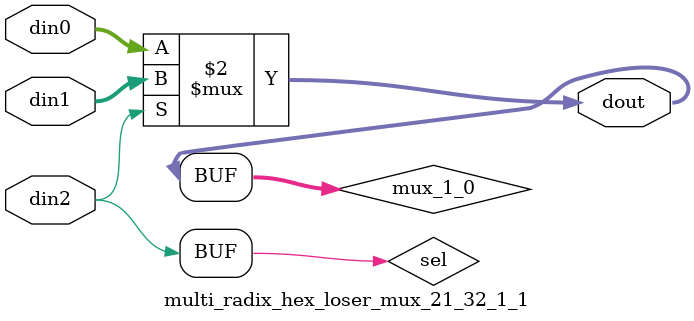
<source format=v>

`timescale 1ns/1ps

module multi_radix_hex_loser_mux_21_32_1_1 #(
parameter
    ID                = 0,
    NUM_STAGE         = 1,
    din0_WIDTH       = 32,
    din1_WIDTH       = 32,
    din2_WIDTH         = 32,
    dout_WIDTH            = 32
)(
    input  [31 : 0]     din0,
    input  [31 : 0]     din1,
    input  [0 : 0]    din2,
    output [31 : 0]   dout);

// puts internal signals
wire [0 : 0]     sel;
// level 1 signals
wire [31 : 0]         mux_1_0;

assign sel = din2;

// Generate level 1 logic
assign mux_1_0 = (sel[0] == 0)? din0 : din1;

// output logic
assign dout = mux_1_0;

endmodule

</source>
